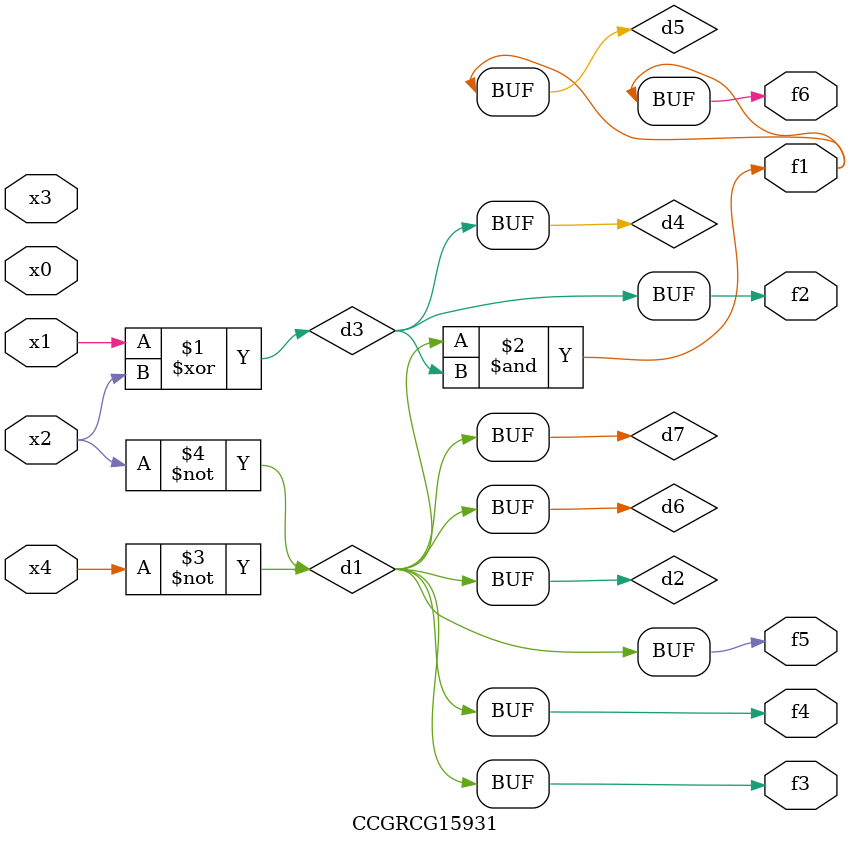
<source format=v>
module CCGRCG15931(
	input x0, x1, x2, x3, x4,
	output f1, f2, f3, f4, f5, f6
);

	wire d1, d2, d3, d4, d5, d6, d7;

	not (d1, x4);
	not (d2, x2);
	xor (d3, x1, x2);
	buf (d4, d3);
	and (d5, d1, d3);
	buf (d6, d1, d2);
	buf (d7, d2);
	assign f1 = d5;
	assign f2 = d4;
	assign f3 = d7;
	assign f4 = d7;
	assign f5 = d7;
	assign f6 = d5;
endmodule

</source>
